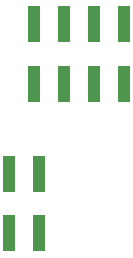
<source format=gtp>
G04 #@! TF.GenerationSoftware,KiCad,Pcbnew,(6.0.6)*
G04 #@! TF.CreationDate,2022-09-28T22:29:42+02:00*
G04 #@! TF.ProjectId,Phoniebox,50686f6e-6965-4626-9f78-2e6b69636164,rev?*
G04 #@! TF.SameCoordinates,Original*
G04 #@! TF.FileFunction,Paste,Top*
G04 #@! TF.FilePolarity,Positive*
%FSLAX46Y46*%
G04 Gerber Fmt 4.6, Leading zero omitted, Abs format (unit mm)*
G04 Created by KiCad (PCBNEW (6.0.6)) date 2022-09-28 22:29:42*
%MOMM*%
%LPD*%
G01*
G04 APERTURE LIST*
%ADD10R,1.000000X3.150000*%
G04 APERTURE END LIST*
D10*
X131318000Y-67071000D03*
X131318000Y-72121000D03*
X128778000Y-67071000D03*
X128778000Y-72121000D03*
X138506000Y-54447000D03*
X138506000Y-59497000D03*
X135966000Y-54447000D03*
X135966000Y-59497000D03*
X133426000Y-54447000D03*
X133426000Y-59497000D03*
X130886000Y-54447000D03*
X130886000Y-59497000D03*
M02*

</source>
